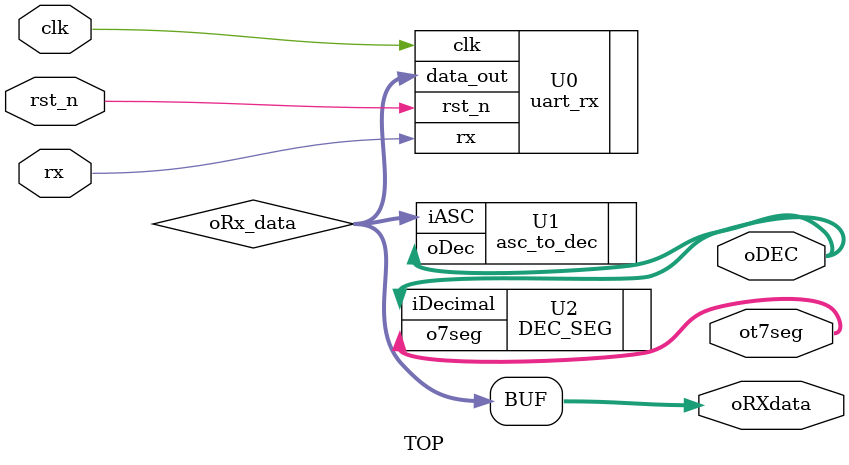
<source format=v>
`timescale 1ns / 1ps
module TOP(
    input clk,
    input rst_n,
    input rx,
	 output [3:0] oDEC,
	 output [7:0] oRXdata,
	 output [7:0] ot7seg
);
wire [7:0] oRx_data;
assign oRXdata = oRx_data;
uart_rx U0(
	.clk(clk),
	.rst_n(rst_n),
	.rx(rx),
	.data_out(oRx_data)
    );
asc_to_dec U1(
	.iASC(oRx_data),
	.oDec(oDEC)
);
DEC_SEG U2(
	.iDecimal(oDEC),
	.o7seg(ot7seg)
);
endmodule
</source>
